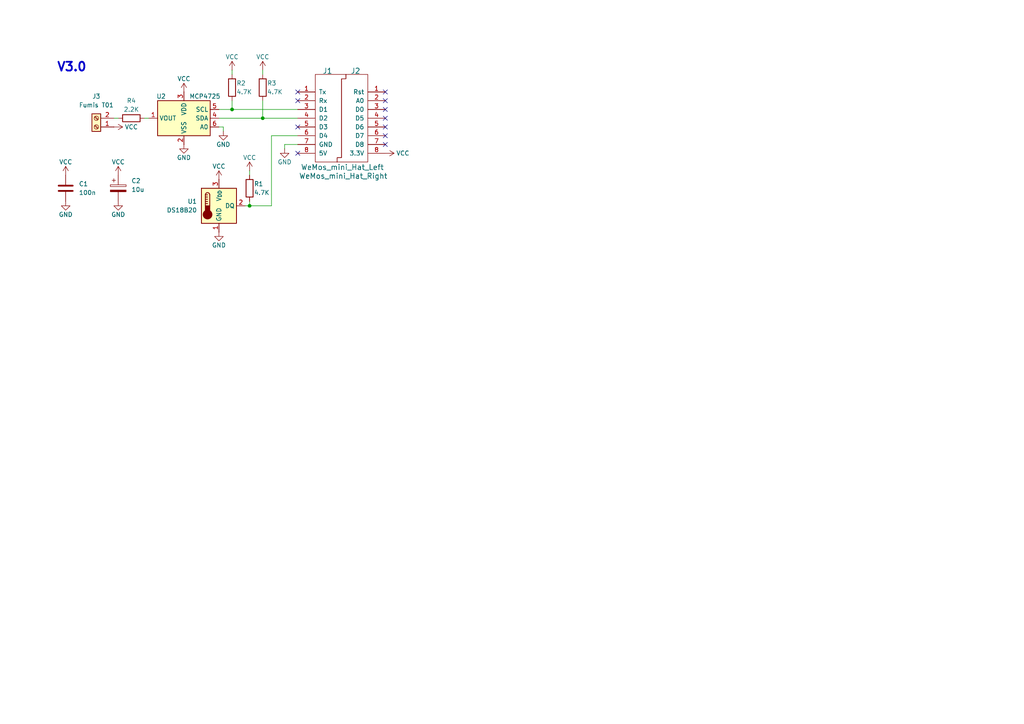
<source format=kicad_sch>
(kicad_sch (version 20231120) (generator "eeschema") (generator_version "8.0")
  (paper "A4")
  (lib_symbols
    (symbol "Analog_DAC:MCP4725xxx-xCH"
      (property "Reference" "U" (at -6.35 6.35 0))
      (property "Value" "MCP4725xxx-xCH" (at 8.89 6.35 0))
      (symbol "MCP4725xxx-xCH_0_1"
        (rectangle (start -7.62 5.08) (end 7.62 -5.08) (stroke (width 0.254)) (fill (type background)))
      )
      (symbol "MCP4725xxx-xCH_1_1"
        (pin output line (at 10.16 0 180) (length 2.54) (name "VOUT") (number "1"))
        (pin power_in line (at 0 -7.62 90) (length 2.54) (name "VSS") (number "2"))
        (pin power_in line (at 0 7.62 270) (length 2.54) (name "VDD") (number "3"))
        (pin bidirectional line (at -10.16 0 0) (length 2.54) (name "SDA") (number "4"))
        (pin input line (at -10.16 2.54 0) (length 2.54) (name "SCL") (number "5"))
        (pin input line (at -10.16 -2.54 0) (length 2.54) (name "A0") (number "6"))
      )
    )
    (symbol "Connector:Screw_Terminal_01x02" (pin_names (offset 1.016) hide)
      (property "Reference" "J" (at 0 2.54 0))
      (property "Value" "Screw_Terminal_01x02" (at 0 -5.08 0))
      (symbol "Screw_Terminal_01x02_1_1"
        (rectangle (start -1.27 1.27) (end 1.27 -3.81) (stroke (width 0.254)) (fill (type background)))
        (circle (center 0 -2.54) (radius 0.635) (stroke (width 0.1524)))
        (polyline (pts (xy -0.5334 -2.2098) (xy 0.3302 -3.048)) (stroke (width 0.1524)))
        (polyline (pts (xy -0.5334 0.3302) (xy 0.3302 -0.508)) (stroke (width 0.1524)))
        (polyline (pts (xy -0.3556 -2.032) (xy 0.508 -2.8702)) (stroke (width 0.1524)))
        (polyline (pts (xy -0.3556 0.508) (xy 0.508 -0.3302)) (stroke (width 0.1524)))
        (circle (center 0 0) (radius 0.635) (stroke (width 0.1524)))
        (pin passive line (at -5.08 0 0) (length 3.81) (name "Pin_1") (number "1"))
        (pin passive line (at -5.08 -2.54 0) (length 3.81) (name "Pin_2") (number "2"))
      )
    )
    (symbol "Device:C" (pin_numbers hide) (pin_names (offset 0.254))
      (property "Reference" "C" (at 0.635 2.54 0))
      (property "Value" "C" (at 0.635 -2.54 0))
      (symbol "C_0_1"
        (polyline (pts (xy -2.032 -0.762) (xy 2.032 -0.762)) (stroke (width 0.508)))
        (polyline (pts (xy -2.032 0.762) (xy 2.032 0.762)) (stroke (width 0.508)))
      )
      (symbol "C_1_1"
        (pin passive line (at 0 3.81 270) (length 2.794) (name "~") (number "1"))
        (pin passive line (at 0 -3.81 90) (length 2.794) (name "~") (number "2"))
      )
    )
    (symbol "Device:C_Polarized" (pin_numbers hide) (pin_names (offset 0.254))
      (property "Reference" "C" (at 0.635 2.54 0))
      (property "Value" "C_Polarized" (at 0.635 -2.54 0))
      (symbol "C_Polarized_0_1"
        (rectangle (start -2.286 0.508) (end 2.286 1.016))
        (polyline (pts (xy -1.778 2.286) (xy -0.762 2.286)))
        (polyline (pts (xy -1.27 2.794) (xy -1.27 1.778)))
        (rectangle (start 2.286 -0.508) (end -2.286 -1.016) (fill (type outline)))
      )
      (symbol "C_Polarized_1_1"
        (pin passive line (at 0 3.81 270) (length 2.794) (name "~") (number "1"))
        (pin passive line (at 0 -3.81 90) (length 2.794) (name "~") (number "2"))
      )
    )
    (symbol "Device:R" (pin_numbers hide) (pin_names (offset 0))
      (property "Reference" "R" (at 2.032 0 90))
      (property "Value" "R" (at 0 0 90))
      (symbol "R_0_1"
        (rectangle (start -1.016 -2.54) (end 1.016 2.54) (stroke (width 0.254)))
      )
      (symbol "R_1_1"
        (pin passive line (at 0 3.81 270) (length 1.27) (name "~") (number "1"))
        (pin passive line (at 0 -3.81 90) (length 1.27) (name "~") (number "2"))
      )
    )
    (symbol "Sensor_Temperature:DS18B20"
      (property "Reference" "U" (at -3.81 6.35 0))
      (property "Value" "DS18B20" (at 6.35 6.35 0))
      (symbol "DS18B20_0_1"
        (rectangle (start -5.08 5.08) (end 5.08 -5.08) (stroke (width 0.254)) (fill (type background)))
        (circle (center -3.302 -2.54) (radius 1.27) (stroke (width 0.254)) (fill (type outline)))
        (rectangle (start -2.667 -1.905) (end -3.937 0) (stroke (width 0.254)) (fill (type outline)))
        (arc (start -2.667 3.175) (mid -3.302 3.8073) (end -3.937 3.175) (stroke (width 0.254)))
        (polyline (pts (xy -3.937 0.635) (xy -3.302 0.635)) (stroke (width 0.254)))
        (polyline (pts (xy -3.937 1.27) (xy -3.302 1.27)) (stroke (width 0.254)))
        (polyline (pts (xy -3.937 1.905) (xy -3.302 1.905)) (stroke (width 0.254)))
        (polyline (pts (xy -3.937 2.54) (xy -3.302 2.54)) (stroke (width 0.254)))
        (polyline (pts (xy -3.937 3.175) (xy -3.937 0)) (stroke (width 0.254)))
        (polyline (pts (xy -3.937 3.175) (xy -3.302 3.175)) (stroke (width 0.254)))
        (polyline (pts (xy -2.667 3.175) (xy -2.667 0)) (stroke (width 0.254)))
      )
      (symbol "DS18B20_1_1"
        (pin power_in line (at 0 -7.62 90) (length 2.54) (name "GND") (number "1"))
        (pin bidirectional line (at 7.62 0 180) (length 2.54) (name "DQ") (number "2"))
        (pin power_in line (at 0 7.62 270) (length 2.54) (name "V_{DD}") (number "3"))
      )
    )
    (symbol "power:GND" (power) (pin_numbers hide) (pin_names (offset 0) hide)
      (property "Value" "GND" (at 0 -3.81 0))
      (symbol "GND_0_1"
        (polyline (pts (xy 0 0) (xy 0 -1.27) (xy 1.27 -1.27) (xy 0 -2.54) (xy -1.27 -1.27) (xy 0 -1.27)))
      )
      (symbol "GND_1_1"
        (pin power_in line (at 0 0 270) (length 0) (name "~") (number "1"))
      )
    )
    (symbol "power:VCC" (power) (pin_numbers hide) (pin_names (offset 0) hide)
      (property "Value" "VCC" (at 0 3.556 0))
      (symbol "VCC_0_1"
        (polyline (pts (xy -0.762 1.27) (xy 0 2.54)))
        (polyline (pts (xy 0 0) (xy 0 2.54)))
        (polyline (pts (xy 0 2.54) (xy 0.762 1.27)))
      )
      (symbol "VCC_1_1"
        (pin power_in line (at 0 0 90) (length 0) (name "~") (number "1"))
      )
    )
    (symbol "wemos_mini:WeMos_D1_mini_Hat_Left" (pin_names (offset 1.016))
      (property "Reference" "J" (at -0.254 13.716 0))
      (property "Value" "WeMos_mini_Hat_Left" (at 4.064 -14.224 0))
      (symbol "WeMos_D1_mini_Hat_Left_0_1"
        (polyline (pts (xy 2.54 -12.7) (xy -3.81 -12.7) (xy -3.81 12.7) (xy 5.08 12.7)))
        (polyline (pts (xy 2.54 -12.7) (xy 2.54 -11.43) (xy 3.81 -11.43) (xy 3.81 11.43) (xy 5.08 11.43) (xy 5.08 12.7)))
      )
      (symbol "WeMos_D1_mini_Hat_Left_1_1"
        (pin bidirectional line (at -8.89 7.62 0) (length 5.08) (name "Tx") (number "1"))
        (pin bidirectional line (at -8.89 5.08 0) (length 5.08) (name "Rx") (number "2"))
        (pin bidirectional line (at -8.89 2.54 0) (length 5.08) (name "D1") (number "3"))
        (pin bidirectional line (at -8.89 0 0) (length 5.08) (name "D2") (number "4"))
        (pin bidirectional line (at -8.89 -2.54 0) (length 5.08) (name "D3") (number "5"))
        (pin bidirectional line (at -8.89 -5.08 0) (length 5.08) (name "D4") (number "6"))
        (pin power_in line (at -8.89 -7.62 0) (length 5.08) (name "GND") (number "7"))
        (pin power_in line (at -8.89 -10.16 0) (length 5.08) (name "5V") (number "8"))
      )
    )
    (symbol "wemos_mini:WeMos_D1_mini_Hat_Right" (pin_names (offset 1.016))
      (property "Reference" "J" (at 0.254 13.716 0))
      (property "Value" "WeMos_mini_Hat_Right" (at -3.302 -16.764 0))
      (symbol "WeMos_D1_mini_Hat_Right_0_1"
        (polyline (pts (xy -5.08 -12.7) (xy 3.81 -12.7) (xy 3.81 12.7) (xy -2.54 12.7)))
        (polyline (pts (xy -5.08 -12.7) (xy -5.08 -11.43) (xy -3.81 -11.43) (xy -3.81 11.43) (xy -2.54 11.43) (xy -2.54 12.7)))
      )
      (symbol "WeMos_D1_mini_Hat_Right_1_1"
        (pin bidirectional line (at 8.89 7.62 180) (length 5.08) (name "Rst") (number "1"))
        (pin bidirectional line (at 8.89 5.08 180) (length 5.08) (name "A0") (number "2"))
        (pin bidirectional line (at 8.89 2.54 180) (length 5.08) (name "D0") (number "3"))
        (pin bidirectional line (at 8.89 0 180) (length 5.08) (name "D5") (number "4"))
        (pin bidirectional line (at 8.89 -2.54 180) (length 5.08) (name "D6") (number "5"))
        (pin bidirectional line (at 8.89 -5.08 180) (length 5.08) (name "D7") (number "6"))
        (pin bidirectional line (at 8.89 -7.62 180) (length 5.08) (name "D8") (number "7"))
        (pin power_out line (at 8.89 -10.16 180) (length 5.08) (name "3.3V") (number "8"))
      )
    )
  )
  (junction (at 72.39 59.69))
  (junction (at 67.31 31.75))
  (junction (at 76.2 34.29))
  (no_connect (at 111.76 29.21))
  (no_connect (at 111.76 34.29))
  (no_connect (at 111.76 39.37))
  (no_connect (at 111.76 26.67))
  (no_connect (at 86.36 29.21))
  (no_connect (at 111.76 36.83))
  (no_connect (at 86.36 44.45))
  (no_connect (at 111.76 41.91))
  (no_connect (at 86.36 26.67))
  (no_connect (at 111.76 31.75))
  (no_connect (at 86.36 36.83))
  (wire (pts (xy 76.2 20.32) (xy 76.2 21.59)))
  (wire (pts (xy 76.2 29.21) (xy 76.2 34.29)))
  (wire (pts (xy 63.5 34.29) (xy 76.2 34.29)))
  (wire (pts (xy 86.36 41.91) (xy 82.55 41.91)))
  (wire (pts (xy 63.5 36.83) (xy 64.77 36.83)))
  (wire (pts (xy 41.91 34.29) (xy 43.18 34.29)))
  (wire (pts (xy 78.74 39.37) (xy 78.74 59.69)))
  (wire (pts (xy 63.5 31.75) (xy 67.31 31.75)))
  (wire (pts (xy 76.2 34.29) (xy 86.36 34.29)))
  (wire (pts (xy 82.55 41.91) (xy 82.55 43.18)))
  (wire (pts (xy 67.31 31.75) (xy 86.36 31.75)))
  (wire (pts (xy 64.77 36.83) (xy 64.77 38.1)))
  (wire (pts (xy 86.36 39.37) (xy 78.74 39.37)))
  (wire (pts (xy 72.39 59.69) (xy 72.39 58.42)))
  (wire (pts (xy 71.12 59.69) (xy 72.39 59.69)))
  (wire (pts (xy 67.31 29.21) (xy 67.31 31.75)))
  (wire (pts (xy 72.39 49.53) (xy 72.39 50.8)))
  (wire (pts (xy 67.31 20.32) (xy 67.31 21.59)))
  (wire (pts (xy 72.39 59.69) (xy 78.74 59.69)))
  (wire (pts (xy 33.02 34.29) (xy 34.29 34.29)))
  (text "V3.0" (at 20.828 19.558 0) (effects (font (size 2.54 2.54) (thickness 0.508) (bold yes))))
  (symbol (lib_id "power:VCC") (at 76.2 20.32 0) (unit 1)
    (property "Reference" "#PWR010" (effects (hide yes)))
    (property "Value" "VCC" (at 76.2 16.51 0))
  )
  (symbol (lib_id "wemos_mini:WeMos_D1_mini_Hat_Right") (at 102.87 34.29 0) (unit 1)
    (property "Reference" "J2" (at 103.124 20.574 0) (effects (font (size 1.524 1.524))))
    (property "Value" "WeMos_mini_Hat_Right" (at 99.568 51.054 0) (effects (font (size 1.524 1.524))))
    (property "Footprint" "wemos_d1_mini:WeMos_D1_mini_Hat_Right" (effects (hide yes)))
    (property "Datasheet" "http://www.wemos.cc/Products/d1_mini.html" (effects (hide yes)))
    (property "LCSC" "C7509515" (effects (hide yes)))
  )
  (symbol (lib_id "power:GND") (at 19.05 58.42 0) (unit 1)
    (property "Reference" "#PWR013" (effects (hide yes)))
    (property "Value" "GND" (at 19.05 62.23 0))
  )
  (symbol (lib_id "power:VCC") (at 53.34 26.67 0) (unit 1)
    (property "Reference" "#PWR09" (effects (hide yes)))
    (property "Value" "VCC" (at 53.34 22.86 0))
  )
  (symbol (lib_id "power:GND") (at 63.5 67.31 0) (unit 1)
    (property "Reference" "#PWR04" (effects (hide yes)))
    (property "Value" "GND" (at 63.5 71.12 0))
  )
  (symbol (lib_id "wemos_mini:WeMos_D1_mini_Hat_Left") (at 95.25 34.29 0) (unit 1)
    (property "Reference" "J1" (at 94.996 20.574 0) (effects (font (size 1.524 1.524))))
    (property "Value" "WeMos_mini_Hat_Left" (at 99.314 48.514 0) (effects (font (size 1.524 1.524))))
    (property "Footprint" "wemos_d1_mini:WeMos_D1_mini_Hat_Left" (effects (hide yes)))
    (property "Datasheet" "http://www.wemos.cc/Products/d1_mini.html" (effects (hide yes)))
    (property "LCSC" "C7509515" (effects (hide yes)))
  )
  (symbol (lib_id "Device:R") (at 72.39 54.61 0) (unit 1)
    (property "Reference" "R1" (at 73.66 53.34 0) (effects (justify left)))
    (property "Value" "4.7K" (at 73.66 55.88 0) (effects (justify left)))
    (property "Footprint" "Resistor_SMD:R_0805_2012Metric_Pad1.20x1.40mm_HandSolder" (effects (hide yes)))
    (property "Description" "Resistor" (effects (hide yes)))
    (property "LCSC" "C17673" (effects (hide yes)))
  )
  (symbol (lib_id "power:VCC") (at 19.05 50.8 0) (unit 1)
    (property "Reference" "#PWR015" (effects (hide yes)))
    (property "Value" "VCC" (at 19.05 46.99 0))
  )
  (symbol (lib_id "power:GND") (at 82.55 43.18 0) (unit 1)
    (property "Reference" "#PWR05" (effects (hide yes)))
    (property "Value" "GND" (at 82.55 46.99 0))
  )
  (symbol (lib_id "power:VCC") (at 111.76 44.45 270) (unit 1)
    (property "Reference" "#PWR01" (effects (hide yes)))
    (property "Value" "VCC" (at 116.84 44.45 90))
  )
  (symbol (lib_id "power:GND") (at 53.34 41.91 0) (unit 1)
    (property "Reference" "#PWR08" (effects (hide yes)))
    (property "Value" "GND" (at 53.34 45.72 0))
  )
  (symbol (lib_id "power:VCC") (at 33.02 36.83 270) (unit 1)
    (property "Reference" "#PWR011" (effects (hide yes)))
    (property "Value" "VCC" (at 38.1 36.83 90))
  )
  (symbol (lib_id "Sensor_Temperature:DS18B20") (at 63.5 59.69 0) (unit 1) (in_bom no)
    (property "Reference" "U1" (at 57.15 58.4199 0) (effects (justify right)))
    (property "Value" "DS18B20" (at 57.15 60.9599 0) (effects (justify right)))
    (property "Footprint" "Connector_PinHeader_2.54mm:PinHeader_1x03_P2.54mm_Vertical" (effects (hide yes)))
    (property "Datasheet" "http://datasheets.maximintegrated.com/en/ds/DS18B20.pdf" (effects (hide yes)))
    (property "Description" "Programmable Resolution 1-Wire Digital Thermometer TO-92" (effects (hide yes)))
  )
  (symbol (lib_id "power:VCC") (at 34.29 50.8 0) (unit 1)
    (property "Reference" "#PWR014" (effects (hide yes)))
    (property "Value" "VCC" (at 34.29 46.99 0))
  )
  (symbol (lib_id "Device:C_Polarized") (at 34.29 54.61 0) (unit 1)
    (property "Reference" "C2" (at 38.1 52.4509 0) (effects (justify left)))
    (property "Value" "10u" (at 38.1 54.9909 0) (effects (justify left)))
    (property "Footprint" "Capacitor_Tantalum_SMD:CP_EIA-3216-18_Kemet-A_Pad1.58x1.35mm_HandSolder" (effects (hide yes)))
    (property "Description" "Polarized capacitor" (effects (hide yes)))
    (property "LCSC" "C7171" (effects (hide yes)))
    (property "JlcRotOffset" "180" (effects (hide yes)))
  )
  (symbol (lib_id "Device:R") (at 67.31 25.4 0) (unit 1)
    (property "Reference" "R2" (at 68.58 24.13 0) (effects (justify left)))
    (property "Value" "4.7K" (at 68.58 26.67 0) (effects (justify left)))
    (property "Footprint" "Resistor_SMD:R_0805_2012Metric_Pad1.20x1.40mm_HandSolder" (effects (hide yes)))
    (property "Description" "Resistor" (effects (hide yes)))
    (property "LCSC" "C17673" (effects (hide yes)))
  )
  (symbol (lib_id "Connector:Screw_Terminal_01x02") (at 27.94 36.83 180) (unit 1)
    (property "Reference" "J3" (at 27.94 27.94 0))
    (property "Value" "Fumis T01" (at 27.94 30.48 0))
    (property "Footprint" "TerminalBlock:TerminalBlock_bornier-2_P5.08mm" (effects (hide yes)))
    (property "Description" "Generic screw terminal, single row, 01x02, script generated (kicad-library-utils/schlib/autogen/connector/)" (effects (hide yes)))
    (property "LCSC" "C474881" (effects (hide yes)))
  )
  (symbol (lib_id "power:GND") (at 64.77 38.1 0) (unit 1)
    (property "Reference" "#PWR06" (effects (hide yes)))
    (property "Value" "GND" (at 64.77 41.91 0))
  )
  (symbol (lib_id "power:GND") (at 34.29 58.42 0) (unit 1)
    (property "Reference" "#PWR012" (effects (hide yes)))
    (property "Value" "GND" (at 34.29 62.23 0))
  )
  (symbol (lib_id "power:VCC") (at 67.31 20.32 0) (unit 1)
    (property "Reference" "#PWR07" (effects (hide yes)))
    (property "Value" "VCC" (at 67.31 16.51 0))
  )
  (symbol (lib_id "power:VCC") (at 72.39 49.53 0) (unit 1)
    (property "Reference" "#PWR02" (effects (hide yes)))
    (property "Value" "VCC" (at 72.39 45.72 0))
  )
  (symbol (lib_id "Analog_DAC:MCP4725xxx-xCH") (at 53.34 34.29 0) (mirror y) (unit 1)
    (property "Reference" "U2" (at 46.736 27.94 0))
    (property "Value" "MCP4725" (at 59.436 27.94 0))
    (property "Footprint" "Package_TO_SOT_SMD:SOT-23-6" (effects (hide yes)))
    (property "Datasheet" "http://ww1.microchip.com/downloads/en/DeviceDoc/22039d.pdf" (effects (hide yes)))
    (property "Description" "12-bit Digital-to-Analog Converter, integrated EEPROM, I2C interface, SOT-23-6" (effects (hide yes)))
    (property "LCSC" "C144198" (effects (hide yes)))
  )
  (symbol (lib_id "Device:R") (at 76.2 25.4 0) (unit 1)
    (property "Reference" "R3" (at 77.47 24.13 0) (effects (justify left)))
    (property "Value" "4.7K" (at 77.47 26.67 0) (effects (justify left)))
    (property "Footprint" "Resistor_SMD:R_0805_2012Metric_Pad1.20x1.40mm_HandSolder" (effects (hide yes)))
    (property "Description" "Resistor" (effects (hide yes)))
    (property "LCSC" "C17673" (effects (hide yes)))
  )
  (symbol (lib_id "power:VCC") (at 63.5 52.07 0) (unit 1)
    (property "Reference" "#PWR03" (effects (hide yes)))
    (property "Value" "VCC" (at 63.5 48.26 0))
  )
  (symbol (lib_id "Device:C") (at 19.05 54.61 0) (unit 1)
    (property "Reference" "C1" (at 22.86 53.3399 0) (effects (justify left)))
    (property "Value" "100n" (at 22.86 55.8799 0) (effects (justify left)))
    (property "Footprint" "Capacitor_SMD:C_0805_2012Metric_Pad1.18x1.45mm_HandSolder" (effects (hide yes)))
    (property "Description" "Unpolarized capacitor" (effects (hide yes)))
    (property "LCSC" "C49678" (effects (hide yes)))
  )
  (symbol (lib_id "Device:R") (at 38.1 34.29 90) (unit 1)
    (property "Reference" "R4" (at 38.1 29.21 90))
    (property "Value" "2.2K" (at 38.1 31.75 90))
    (property "Footprint" "Resistor_SMD:R_0805_2012Metric_Pad1.20x1.40mm_HandSolder" (effects (hide yes)))
    (property "Description" "Resistor" (effects (hide yes)))
    (property "LCSC" "C17520" (effects (hide yes)))
  )
)
</source>
